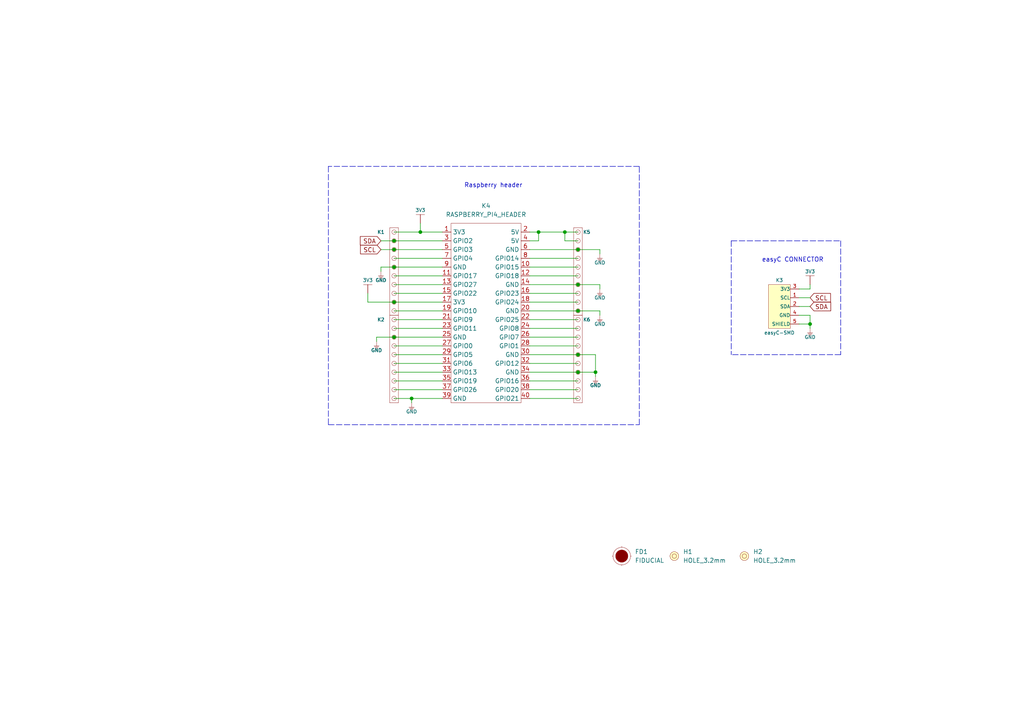
<source format=kicad_sch>
(kicad_sch (version 20211123) (generator eeschema)

  (uuid a07f59e6-776b-4647-8fc4-b0283225ecc8)

  (paper "A4")

  (title_block
    (title "Raspberry Pi breadboard breakout")
    (date "2021-10-04")
    (rev "v1.1.1.")
    (company "SOLDERED")
    (comment 1 "333135")
  )

  (lib_symbols
    (symbol "e-radionica.com schematics:3V3" (power) (pin_names (offset 0)) (in_bom yes) (on_board yes)
      (property "Reference" "#PWR" (id 0) (at 4.445 0 0)
        (effects (font (size 1 1)) hide)
      )
      (property "Value" "3V3" (id 1) (at 0 3.556 0)
        (effects (font (size 1 1)))
      )
      (property "Footprint" "" (id 2) (at 4.445 3.81 0)
        (effects (font (size 1 1)) hide)
      )
      (property "Datasheet" "" (id 3) (at 4.445 3.81 0)
        (effects (font (size 1 1)) hide)
      )
      (property "ki_keywords" "power-flag" (id 4) (at 0 0 0)
        (effects (font (size 1.27 1.27)) hide)
      )
      (property "ki_description" "Power symbol creates a global label with name \"+3V3\"" (id 5) (at 0 0 0)
        (effects (font (size 1.27 1.27)) hide)
      )
      (symbol "3V3_0_1"
        (polyline
          (pts
            (xy -1.27 2.54)
            (xy 1.27 2.54)
          )
          (stroke (width 0.0006) (type default) (color 0 0 0 0))
          (fill (type none))
        )
        (polyline
          (pts
            (xy 0 0)
            (xy 0 2.54)
          )
          (stroke (width 0) (type default) (color 0 0 0 0))
          (fill (type none))
        )
      )
      (symbol "3V3_1_1"
        (pin power_in line (at 0 0 90) (length 0) hide
          (name "3V3" (effects (font (size 1.27 1.27))))
          (number "1" (effects (font (size 1.27 1.27))))
        )
      )
    )
    (symbol "e-radionica.com schematics:FIDUCIAL" (in_bom no) (on_board yes)
      (property "Reference" "FD" (id 0) (at 0 3.81 0)
        (effects (font (size 1.27 1.27)))
      )
      (property "Value" "FIDUCIAL" (id 1) (at 0 -3.81 0)
        (effects (font (size 1.27 1.27)))
      )
      (property "Footprint" "e-radionica.com footprinti:FIDUCIAL_23" (id 2) (at 0.254 -5.334 0)
        (effects (font (size 1.27 1.27)) hide)
      )
      (property "Datasheet" "" (id 3) (at 0 0 0)
        (effects (font (size 1.27 1.27)) hide)
      )
      (symbol "FIDUCIAL_0_1"
        (polyline
          (pts
            (xy -2.54 0)
            (xy -2.794 0)
          )
          (stroke (width 0.0006) (type default) (color 0 0 0 0))
          (fill (type none))
        )
        (polyline
          (pts
            (xy 0 -2.54)
            (xy 0 -2.794)
          )
          (stroke (width 0.0006) (type default) (color 0 0 0 0))
          (fill (type none))
        )
        (polyline
          (pts
            (xy 0 2.54)
            (xy 0 2.794)
          )
          (stroke (width 0.0006) (type default) (color 0 0 0 0))
          (fill (type none))
        )
        (polyline
          (pts
            (xy 2.54 0)
            (xy 2.794 0)
          )
          (stroke (width 0.0006) (type default) (color 0 0 0 0))
          (fill (type none))
        )
        (circle (center 0 0) (radius 1.7961)
          (stroke (width 0.001) (type default) (color 0 0 0 0))
          (fill (type outline))
        )
        (circle (center 0 0) (radius 2.54)
          (stroke (width 0.0006) (type default) (color 0 0 0 0))
          (fill (type none))
        )
      )
    )
    (symbol "e-radionica.com schematics:GND" (power) (pin_names (offset 0)) (in_bom yes) (on_board yes)
      (property "Reference" "#PWR" (id 0) (at 4.445 0 0)
        (effects (font (size 1 1)) hide)
      )
      (property "Value" "GND" (id 1) (at 0 -2.921 0)
        (effects (font (size 1 1)))
      )
      (property "Footprint" "" (id 2) (at 4.445 3.81 0)
        (effects (font (size 1 1)) hide)
      )
      (property "Datasheet" "" (id 3) (at 4.445 3.81 0)
        (effects (font (size 1 1)) hide)
      )
      (property "ki_keywords" "power-flag" (id 4) (at 0 0 0)
        (effects (font (size 1.27 1.27)) hide)
      )
      (property "ki_description" "Power symbol creates a global label with name \"+3V3\"" (id 5) (at 0 0 0)
        (effects (font (size 1.27 1.27)) hide)
      )
      (symbol "GND_0_1"
        (polyline
          (pts
            (xy -0.762 -1.27)
            (xy 0.762 -1.27)
          )
          (stroke (width 0.0006) (type default) (color 0 0 0 0))
          (fill (type none))
        )
        (polyline
          (pts
            (xy -0.635 -1.524)
            (xy 0.635 -1.524)
          )
          (stroke (width 0.0006) (type default) (color 0 0 0 0))
          (fill (type none))
        )
        (polyline
          (pts
            (xy -0.381 -1.778)
            (xy 0.381 -1.778)
          )
          (stroke (width 0.0006) (type default) (color 0 0 0 0))
          (fill (type none))
        )
        (polyline
          (pts
            (xy -0.127 -2.032)
            (xy 0.127 -2.032)
          )
          (stroke (width 0.0006) (type default) (color 0 0 0 0))
          (fill (type none))
        )
        (polyline
          (pts
            (xy 0 0)
            (xy 0 -1.27)
          )
          (stroke (width 0.0006) (type default) (color 0 0 0 0))
          (fill (type none))
        )
      )
      (symbol "GND_1_1"
        (pin power_in line (at 0 0 270) (length 0) hide
          (name "GND" (effects (font (size 1.27 1.27))))
          (number "1" (effects (font (size 1.27 1.27))))
        )
      )
    )
    (symbol "e-radionica.com schematics:HEADER_MALE_10X1" (pin_numbers hide) (pin_names hide) (in_bom yes) (on_board yes)
      (property "Reference" "K" (id 0) (at -0.635 15.24 0)
        (effects (font (size 1 1)))
      )
      (property "Value" "HEADER_MALE_10X1" (id 1) (at 1.905 -12.7 0)
        (effects (font (size 1 1)))
      )
      (property "Footprint" "e-radionica.com footprinti:HEADER_MALE_10X1" (id 2) (at 0 0 0)
        (effects (font (size 1 1)) hide)
      )
      (property "Datasheet" "" (id 3) (at 0 0 0)
        (effects (font (size 1 1)) hide)
      )
      (symbol "HEADER_MALE_10X1_0_1"
        (circle (center 0 -10.16) (radius 0.635)
          (stroke (width 0.0006) (type default) (color 0 0 0 0))
          (fill (type none))
        )
        (circle (center 0 -7.62) (radius 0.635)
          (stroke (width 0.0006) (type default) (color 0 0 0 0))
          (fill (type none))
        )
        (circle (center 0 -5.08) (radius 0.635)
          (stroke (width 0.0006) (type default) (color 0 0 0 0))
          (fill (type none))
        )
        (circle (center 0 -2.54) (radius 0.635)
          (stroke (width 0.0006) (type default) (color 0 0 0 0))
          (fill (type none))
        )
        (circle (center 0 0) (radius 0.635)
          (stroke (width 0.0006) (type default) (color 0 0 0 0))
          (fill (type none))
        )
        (circle (center 0 2.54) (radius 0.635)
          (stroke (width 0.0006) (type default) (color 0 0 0 0))
          (fill (type none))
        )
        (circle (center 0 5.08) (radius 0.635)
          (stroke (width 0.0006) (type default) (color 0 0 0 0))
          (fill (type none))
        )
        (circle (center 0 7.62) (radius 0.635)
          (stroke (width 0.0006) (type default) (color 0 0 0 0))
          (fill (type none))
        )
        (circle (center 0 10.16) (radius 0.635)
          (stroke (width 0.0006) (type default) (color 0 0 0 0))
          (fill (type none))
        )
        (circle (center 0 12.7) (radius 0.635)
          (stroke (width 0.0006) (type default) (color 0 0 0 0))
          (fill (type none))
        )
        (rectangle (start 1.27 -11.43) (end -1.27 13.97)
          (stroke (width 0.0006) (type default) (color 0 0 0 0))
          (fill (type none))
        )
      )
      (symbol "HEADER_MALE_10X1_1_1"
        (pin passive line (at 0 -10.16 180) (length 0)
          (name "~" (effects (font (size 0.991 0.991))))
          (number "1" (effects (font (size 0.991 0.991))))
        )
        (pin passive line (at 0 12.7 180) (length 0)
          (name "~" (effects (font (size 0.991 0.991))))
          (number "10" (effects (font (size 0.991 0.991))))
        )
        (pin passive line (at 0 -7.62 180) (length 0)
          (name "~" (effects (font (size 0.991 0.991))))
          (number "2" (effects (font (size 0.991 0.991))))
        )
        (pin passive line (at 0 -5.08 180) (length 0)
          (name "~" (effects (font (size 0.991 0.991))))
          (number "3" (effects (font (size 0.991 0.991))))
        )
        (pin passive line (at 0 -2.54 180) (length 0)
          (name "~" (effects (font (size 0.991 0.991))))
          (number "4" (effects (font (size 0.991 0.991))))
        )
        (pin passive line (at 0 0 180) (length 0)
          (name "~" (effects (font (size 0.991 0.991))))
          (number "5" (effects (font (size 0.991 0.991))))
        )
        (pin passive line (at 0 2.54 180) (length 0)
          (name "~" (effects (font (size 0.991 0.991))))
          (number "6" (effects (font (size 0.991 0.991))))
        )
        (pin passive line (at 0 5.08 180) (length 0)
          (name "~" (effects (font (size 0.991 0.991))))
          (number "7" (effects (font (size 0.991 0.991))))
        )
        (pin passive line (at 0 7.62 180) (length 0)
          (name "~" (effects (font (size 0.991 0.991))))
          (number "8" (effects (font (size 0.991 0.991))))
        )
        (pin passive line (at 0 10.16 180) (length 0)
          (name "~" (effects (font (size 0.991 0.991))))
          (number "9" (effects (font (size 0.991 0.991))))
        )
      )
    )
    (symbol "e-radionica.com schematics:HOLE_3.2mm" (pin_numbers hide) (pin_names hide) (in_bom yes) (on_board yes)
      (property "Reference" "H" (id 0) (at 0 2.54 0)
        (effects (font (size 1.27 1.27)))
      )
      (property "Value" "HOLE_3.2mm" (id 1) (at 0 -2.54 0)
        (effects (font (size 1.27 1.27)))
      )
      (property "Footprint" "e-radionica.com footprinti:HOLE_3.2mm" (id 2) (at 0 0 0)
        (effects (font (size 1.27 1.27)) hide)
      )
      (property "Datasheet" "" (id 3) (at 0 0 0)
        (effects (font (size 1.27 1.27)) hide)
      )
      (symbol "HOLE_3.2mm_0_1"
        (circle (center 0 0) (radius 0.635)
          (stroke (width 0.0006) (type default) (color 0 0 0 0))
          (fill (type none))
        )
        (circle (center 0 0) (radius 1.27)
          (stroke (width 0.001) (type default) (color 0 0 0 0))
          (fill (type background))
        )
      )
    )
    (symbol "e-radionica.com schematics:RASPBERRY_PI4_HEADER" (in_bom yes) (on_board yes)
      (property "Reference" "K" (id 0) (at -8.89 29.21 0)
        (effects (font (size 1.27 1.27)))
      )
      (property "Value" "RASPBERRY_PI4_HEADER" (id 1) (at 0 -25.4 0)
        (effects (font (size 1.27 1.27)))
      )
      (property "Footprint" "e-radionica.com footprinti:RASPBERRY_PI4_HEADER" (id 2) (at 0 -29.21 0)
        (effects (font (size 1.27 1.27)) hide)
      )
      (property "Datasheet" "" (id 3) (at 0 0 0)
        (effects (font (size 1.27 1.27)) hide)
      )
      (symbol "RASPBERRY_PI4_HEADER_0_1"
        (rectangle (start -10.16 27.94) (end 10.16 -24.13)
          (stroke (width 0.0006) (type default) (color 0 0 0 0))
          (fill (type none))
        )
      )
      (symbol "RASPBERRY_PI4_HEADER_1_1"
        (pin power_in line (at -12.7 25.4 0) (length 2.54)
          (name "3V3" (effects (font (size 1.27 1.27))))
          (number "1" (effects (font (size 1.27 1.27))))
        )
        (pin bidirectional line (at 12.7 15.24 180) (length 2.54)
          (name "GPIO15" (effects (font (size 1.27 1.27))))
          (number "10" (effects (font (size 1.27 1.27))))
        )
        (pin bidirectional line (at -12.7 12.7 0) (length 2.54)
          (name "GPIO17" (effects (font (size 1.27 1.27))))
          (number "11" (effects (font (size 1.27 1.27))))
        )
        (pin bidirectional line (at 12.7 12.7 180) (length 2.54)
          (name "GPIO18" (effects (font (size 1.27 1.27))))
          (number "12" (effects (font (size 1.27 1.27))))
        )
        (pin bidirectional line (at -12.7 10.16 0) (length 2.54)
          (name "GPIO27" (effects (font (size 1.27 1.27))))
          (number "13" (effects (font (size 1.27 1.27))))
        )
        (pin bidirectional line (at 12.7 10.16 180) (length 2.54)
          (name "GND" (effects (font (size 1.27 1.27))))
          (number "14" (effects (font (size 1.27 1.27))))
        )
        (pin bidirectional line (at -12.7 7.62 0) (length 2.54)
          (name "GPIO22" (effects (font (size 1.27 1.27))))
          (number "15" (effects (font (size 1.27 1.27))))
        )
        (pin bidirectional line (at 12.7 7.62 180) (length 2.54)
          (name "GPIO23" (effects (font (size 1.27 1.27))))
          (number "16" (effects (font (size 1.27 1.27))))
        )
        (pin bidirectional line (at -12.7 5.08 0) (length 2.54)
          (name "3V3" (effects (font (size 1.27 1.27))))
          (number "17" (effects (font (size 1.27 1.27))))
        )
        (pin bidirectional line (at 12.7 5.08 180) (length 2.54)
          (name "GPIO24" (effects (font (size 1.27 1.27))))
          (number "18" (effects (font (size 1.27 1.27))))
        )
        (pin bidirectional line (at -12.7 2.54 0) (length 2.54)
          (name "GPIO10" (effects (font (size 1.27 1.27))))
          (number "19" (effects (font (size 1.27 1.27))))
        )
        (pin bidirectional line (at 12.7 25.4 180) (length 2.54)
          (name "5V" (effects (font (size 1.27 1.27))))
          (number "2" (effects (font (size 1.27 1.27))))
        )
        (pin bidirectional line (at 12.7 2.54 180) (length 2.54)
          (name "GND" (effects (font (size 1.27 1.27))))
          (number "20" (effects (font (size 1.27 1.27))))
        )
        (pin bidirectional line (at -12.7 0 0) (length 2.54)
          (name "GPIO9" (effects (font (size 1.27 1.27))))
          (number "21" (effects (font (size 1.27 1.27))))
        )
        (pin bidirectional line (at 12.7 0 180) (length 2.54)
          (name "GPIO25" (effects (font (size 1.27 1.27))))
          (number "22" (effects (font (size 1.27 1.27))))
        )
        (pin bidirectional line (at -12.7 -2.54 0) (length 2.54)
          (name "GPIO11" (effects (font (size 1.27 1.27))))
          (number "23" (effects (font (size 1.27 1.27))))
        )
        (pin bidirectional line (at 12.7 -2.54 180) (length 2.54)
          (name "GPIO8" (effects (font (size 1.27 1.27))))
          (number "24" (effects (font (size 1.27 1.27))))
        )
        (pin bidirectional line (at -12.7 -5.08 0) (length 2.54)
          (name "GND" (effects (font (size 1.27 1.27))))
          (number "25" (effects (font (size 1.27 1.27))))
        )
        (pin bidirectional line (at 12.7 -5.08 180) (length 2.54)
          (name "GPIO7" (effects (font (size 1.27 1.27))))
          (number "26" (effects (font (size 1.27 1.27))))
        )
        (pin bidirectional line (at -12.7 -7.62 0) (length 2.54)
          (name "GPIO0" (effects (font (size 1.27 1.27))))
          (number "27" (effects (font (size 1.27 1.27))))
        )
        (pin bidirectional line (at 12.7 -7.62 180) (length 2.54)
          (name "GPIO1" (effects (font (size 1.27 1.27))))
          (number "28" (effects (font (size 1.27 1.27))))
        )
        (pin bidirectional line (at -12.7 -10.16 0) (length 2.54)
          (name "GPIO5" (effects (font (size 1.27 1.27))))
          (number "29" (effects (font (size 1.27 1.27))))
        )
        (pin bidirectional line (at -12.7 22.86 0) (length 2.54)
          (name "GPIO2" (effects (font (size 1.27 1.27))))
          (number "3" (effects (font (size 1.27 1.27))))
        )
        (pin bidirectional line (at 12.7 -10.16 180) (length 2.54)
          (name "GND" (effects (font (size 1.27 1.27))))
          (number "30" (effects (font (size 1.27 1.27))))
        )
        (pin bidirectional line (at -12.7 -12.7 0) (length 2.54)
          (name "GPIO6" (effects (font (size 1.27 1.27))))
          (number "31" (effects (font (size 1.27 1.27))))
        )
        (pin bidirectional line (at 12.7 -12.7 180) (length 2.54)
          (name "GPIO12" (effects (font (size 1.27 1.27))))
          (number "32" (effects (font (size 1.27 1.27))))
        )
        (pin bidirectional line (at -12.7 -15.24 0) (length 2.54)
          (name "GPIO13" (effects (font (size 1.27 1.27))))
          (number "33" (effects (font (size 1.27 1.27))))
        )
        (pin bidirectional line (at 12.7 -15.24 180) (length 2.54)
          (name "GND" (effects (font (size 1.27 1.27))))
          (number "34" (effects (font (size 1.27 1.27))))
        )
        (pin bidirectional line (at -12.7 -17.78 0) (length 2.54)
          (name "GPIO19" (effects (font (size 1.27 1.27))))
          (number "35" (effects (font (size 1.27 1.27))))
        )
        (pin bidirectional line (at 12.7 -17.78 180) (length 2.54)
          (name "GPIO16" (effects (font (size 1.27 1.27))))
          (number "36" (effects (font (size 1.27 1.27))))
        )
        (pin bidirectional line (at -12.7 -20.32 0) (length 2.54)
          (name "GPIO26" (effects (font (size 1.27 1.27))))
          (number "37" (effects (font (size 1.27 1.27))))
        )
        (pin bidirectional line (at 12.7 -20.32 180) (length 2.54)
          (name "GPIO20" (effects (font (size 1.27 1.27))))
          (number "38" (effects (font (size 1.27 1.27))))
        )
        (pin bidirectional line (at -12.7 -22.86 0) (length 2.54)
          (name "GND" (effects (font (size 1.27 1.27))))
          (number "39" (effects (font (size 1.27 1.27))))
        )
        (pin bidirectional line (at 12.7 22.86 180) (length 2.54)
          (name "5V" (effects (font (size 1.27 1.27))))
          (number "4" (effects (font (size 1.27 1.27))))
        )
        (pin bidirectional line (at 12.7 -22.86 180) (length 2.54)
          (name "GPIO21" (effects (font (size 1.27 1.27))))
          (number "40" (effects (font (size 1.27 1.27))))
        )
        (pin bidirectional line (at -12.7 20.32 0) (length 2.54)
          (name "GPIO3" (effects (font (size 1.27 1.27))))
          (number "5" (effects (font (size 1.27 1.27))))
        )
        (pin bidirectional line (at 12.7 20.32 180) (length 2.54)
          (name "GND" (effects (font (size 1.27 1.27))))
          (number "6" (effects (font (size 1.27 1.27))))
        )
        (pin bidirectional line (at -12.7 17.78 0) (length 2.54)
          (name "GPIO4" (effects (font (size 1.27 1.27))))
          (number "7" (effects (font (size 1.27 1.27))))
        )
        (pin bidirectional line (at 12.7 17.78 180) (length 2.54)
          (name "GPIO14" (effects (font (size 1.27 1.27))))
          (number "8" (effects (font (size 1.27 1.27))))
        )
        (pin bidirectional line (at -12.7 15.24 0) (length 2.54)
          (name "GND" (effects (font (size 1.27 1.27))))
          (number "9" (effects (font (size 1.27 1.27))))
        )
      )
    )
    (symbol "e-radionica.com schematics:easyC-SMD" (pin_names (offset 0.002)) (in_bom yes) (on_board yes)
      (property "Reference" "K" (id 0) (at -2.54 10.16 0)
        (effects (font (size 1 1)))
      )
      (property "Value" "easyC-SMD" (id 1) (at 0 -5.08 0)
        (effects (font (size 1 1)))
      )
      (property "Footprint" "e-radionica.com footprinti:easyC-connector" (id 2) (at 3.175 2.54 0)
        (effects (font (size 1 1)) hide)
      )
      (property "Datasheet" "" (id 3) (at 3.175 2.54 0)
        (effects (font (size 1 1)) hide)
      )
      (symbol "easyC-SMD_0_1"
        (rectangle (start -3.175 8.89) (end 3.175 -3.81)
          (stroke (width 0.001) (type default) (color 0 0 0 0))
          (fill (type background))
        )
      )
      (symbol "easyC-SMD_1_1"
        (pin passive line (at 5.715 5.08 180) (length 2.54)
          (name "SCL" (effects (font (size 1 1))))
          (number "1" (effects (font (size 1 1))))
        )
        (pin passive line (at 5.715 2.54 180) (length 2.54)
          (name "SDA" (effects (font (size 1 1))))
          (number "2" (effects (font (size 1 1))))
        )
        (pin passive line (at 5.715 7.62 180) (length 2.54)
          (name "3V3" (effects (font (size 1 1))))
          (number "3" (effects (font (size 1 1))))
        )
        (pin passive line (at 5.715 0 180) (length 2.54)
          (name "GND" (effects (font (size 1 1))))
          (number "4" (effects (font (size 1 1))))
        )
        (pin passive line (at 5.715 -2.54 180) (length 2.54)
          (name "SHIELD" (effects (font (size 1 1))))
          (number "5" (effects (font (size 1 1))))
        )
      )
    )
  )

  (junction (at 167.64 102.87) (diameter 0.9144) (color 0 0 0 0)
    (uuid 12422a89-3d0c-485c-9386-f77121fd68fd)
  )
  (junction (at 167.64 82.55) (diameter 0.9144) (color 0 0 0 0)
    (uuid 1a6d2848-e78e-49fe-8978-e1890f07836f)
  )
  (junction (at 114.3 72.39) (diameter 0.9144) (color 0 0 0 0)
    (uuid 1d9cdadc-9036-4a95-b6db-fa7b3b74c869)
  )
  (junction (at 114.3 87.63) (diameter 0.9144) (color 0 0 0 0)
    (uuid 24f7628d-681d-4f0e-8409-40a129e929d9)
  )
  (junction (at 114.3 77.47) (diameter 0.9144) (color 0 0 0 0)
    (uuid 3a7648d8-121a-4921-9b92-9b35b76ce39b)
  )
  (junction (at 114.3 97.79) (diameter 0.9144) (color 0 0 0 0)
    (uuid 3e903008-0276-4a73-8edb-5d9dfde6297c)
  )
  (junction (at 172.72 107.95) (diameter 0.9144) (color 0 0 0 0)
    (uuid 40165eda-4ba6-4565-9bb4-b9df6dbb08da)
  )
  (junction (at 163.83 67.31) (diameter 0.9144) (color 0 0 0 0)
    (uuid 45008225-f50f-4d6b-b508-6730a9408caf)
  )
  (junction (at 121.92 67.31) (diameter 0.9144) (color 0 0 0 0)
    (uuid 6475547d-3216-45a4-a15c-48314f1dd0f9)
  )
  (junction (at 114.3 69.85) (diameter 0.9144) (color 0 0 0 0)
    (uuid 6bfe5804-2ef9-4c65-b2a7-f01e4014370a)
  )
  (junction (at 119.38 115.57) (diameter 0.9144) (color 0 0 0 0)
    (uuid 75ffc65c-7132-4411-9f2a-ae0c73d79338)
  )
  (junction (at 167.64 90.17) (diameter 0.9144) (color 0 0 0 0)
    (uuid 7d34f6b1-ab31-49be-b011-c67fe67a8a56)
  )
  (junction (at 234.95 93.98) (diameter 0.9144) (color 0 0 0 0)
    (uuid 7e023245-2c2b-4e2b-bfb9-5d35176e88f2)
  )
  (junction (at 156.21 67.31) (diameter 0.9144) (color 0 0 0 0)
    (uuid 8c6a821f-8e19-48f3-8f44-9b340f7689bc)
  )
  (junction (at 167.64 107.95) (diameter 0.9144) (color 0 0 0 0)
    (uuid 8e06ba1f-e3ba-4eb9-a10e-887dffd566d6)
  )
  (junction (at 167.64 72.39) (diameter 0.9144) (color 0 0 0 0)
    (uuid a544eb0a-75db-4baf-bf54-9ca21744343b)
  )

  (wire (pts (xy 114.3 85.09) (xy 128.27 85.09))
    (stroke (width 0) (type solid) (color 0 0 0 0))
    (uuid 03f79577-bbac-49dc-9a5b-fb8f96a23cd2)
  )
  (wire (pts (xy 106.68 87.63) (xy 106.68 85.09))
    (stroke (width 0) (type solid) (color 0 0 0 0))
    (uuid 05a895f2-4dfc-4cee-b424-4597276e942c)
  )
  (wire (pts (xy 114.3 87.63) (xy 106.68 87.63))
    (stroke (width 0) (type solid) (color 0 0 0 0))
    (uuid 05a895f2-4dfc-4cee-b424-4597276e942d)
  )
  (wire (pts (xy 153.67 67.31) (xy 156.21 67.31))
    (stroke (width 0) (type solid) (color 0 0 0 0))
    (uuid 0fd594a2-ca44-422e-83e3-2f676bd68276)
  )
  (wire (pts (xy 156.21 67.31) (xy 163.83 67.31))
    (stroke (width 0) (type solid) (color 0 0 0 0))
    (uuid 0fd594a2-ca44-422e-83e3-2f676bd68277)
  )
  (wire (pts (xy 163.83 67.31) (xy 167.64 67.31))
    (stroke (width 0) (type solid) (color 0 0 0 0))
    (uuid 0fd594a2-ca44-422e-83e3-2f676bd68278)
  )
  (polyline (pts (xy 212.09 69.85) (xy 212.09 102.87))
    (stroke (width 0) (type dash) (color 0 0 0 0))
    (uuid 11928b74-55d4-43fe-a50d-9a31f5d8b792)
  )
  (polyline (pts (xy 212.09 69.85) (xy 243.84 69.85))
    (stroke (width 0) (type dash) (color 0 0 0 0))
    (uuid 11928b74-55d4-43fe-a50d-9a31f5d8b793)
  )
  (polyline (pts (xy 243.84 69.85) (xy 243.84 102.87))
    (stroke (width 0) (type dash) (color 0 0 0 0))
    (uuid 11928b74-55d4-43fe-a50d-9a31f5d8b794)
  )
  (polyline (pts (xy 243.84 102.87) (xy 212.09 102.87))
    (stroke (width 0) (type dash) (color 0 0 0 0))
    (uuid 11928b74-55d4-43fe-a50d-9a31f5d8b795)
  )

  (wire (pts (xy 114.3 92.71) (xy 128.27 92.71))
    (stroke (width 0) (type solid) (color 0 0 0 0))
    (uuid 14599491-04c3-433d-a7f0-45af6164ffa3)
  )
  (wire (pts (xy 153.67 85.09) (xy 167.64 85.09))
    (stroke (width 0) (type solid) (color 0 0 0 0))
    (uuid 1aac9f20-1bac-4671-966a-aed4a8191fd6)
  )
  (wire (pts (xy 153.67 69.85) (xy 156.21 69.85))
    (stroke (width 0) (type solid) (color 0 0 0 0))
    (uuid 1c46fa07-d6dc-4887-9f00-e9f2315d50ed)
  )
  (wire (pts (xy 156.21 69.85) (xy 156.21 67.31))
    (stroke (width 0) (type solid) (color 0 0 0 0))
    (uuid 1c46fa07-d6dc-4887-9f00-e9f2315d50ee)
  )
  (wire (pts (xy 114.3 72.39) (xy 128.27 72.39))
    (stroke (width 0) (type solid) (color 0 0 0 0))
    (uuid 1ed8f573-959e-4dae-af5c-aadadd56dba4)
  )
  (wire (pts (xy 114.3 105.41) (xy 128.27 105.41))
    (stroke (width 0) (type solid) (color 0 0 0 0))
    (uuid 213e5451-e137-4fb9-b846-48bc9ec70498)
  )
  (wire (pts (xy 110.49 77.47) (xy 110.49 78.74))
    (stroke (width 0) (type solid) (color 0 0 0 0))
    (uuid 27dd58f3-11f6-48ad-aa74-36539ed60d3d)
  )
  (wire (pts (xy 114.3 77.47) (xy 110.49 77.47))
    (stroke (width 0) (type solid) (color 0 0 0 0))
    (uuid 27dd58f3-11f6-48ad-aa74-36539ed60d3e)
  )
  (wire (pts (xy 109.22 97.79) (xy 109.22 99.06))
    (stroke (width 0) (type solid) (color 0 0 0 0))
    (uuid 2bdefb9b-73c9-45b2-9723-8ee73a202fef)
  )
  (wire (pts (xy 114.3 97.79) (xy 109.22 97.79))
    (stroke (width 0) (type solid) (color 0 0 0 0))
    (uuid 2bdefb9b-73c9-45b2-9723-8ee73a202ff0)
  )
  (wire (pts (xy 128.27 97.79) (xy 114.3 97.79))
    (stroke (width 0) (type solid) (color 0 0 0 0))
    (uuid 2bdefb9b-73c9-45b2-9723-8ee73a202ff1)
  )
  (wire (pts (xy 153.67 115.57) (xy 167.64 115.57))
    (stroke (width 0) (type solid) (color 0 0 0 0))
    (uuid 2e480a08-bd5c-42b6-b9c1-0610ad0478f5)
  )
  (wire (pts (xy 153.67 87.63) (xy 167.64 87.63))
    (stroke (width 0) (type solid) (color 0 0 0 0))
    (uuid 3a3a7218-8e6e-483d-99b1-9e56c11b9b0e)
  )
  (wire (pts (xy 167.64 72.39) (xy 173.99 72.39))
    (stroke (width 0) (type solid) (color 0 0 0 0))
    (uuid 3d407bd9-92e8-4f73-8088-5449a6dcec0d)
  )
  (wire (pts (xy 173.99 72.39) (xy 173.99 73.66))
    (stroke (width 0) (type solid) (color 0 0 0 0))
    (uuid 3d407bd9-92e8-4f73-8088-5449a6dcec0e)
  )
  (wire (pts (xy 163.83 69.85) (xy 163.83 67.31))
    (stroke (width 0) (type solid) (color 0 0 0 0))
    (uuid 3e0d2be7-dd80-43a0-9cf2-19872e57424c)
  )
  (wire (pts (xy 167.64 69.85) (xy 163.83 69.85))
    (stroke (width 0) (type solid) (color 0 0 0 0))
    (uuid 3e0d2be7-dd80-43a0-9cf2-19872e57424d)
  )
  (wire (pts (xy 167.64 90.17) (xy 173.99 90.17))
    (stroke (width 0) (type solid) (color 0 0 0 0))
    (uuid 45fa23cd-7b86-4a43-a37c-e1100fdbc7a9)
  )
  (wire (pts (xy 173.99 90.17) (xy 173.99 91.44))
    (stroke (width 0) (type solid) (color 0 0 0 0))
    (uuid 45fa23cd-7b86-4a43-a37c-e1100fdbc7aa)
  )
  (wire (pts (xy 153.67 92.71) (xy 167.64 92.71))
    (stroke (width 0) (type solid) (color 0 0 0 0))
    (uuid 494f8b03-c4d5-4eaa-8af6-3bd3fdca8527)
  )
  (wire (pts (xy 153.67 77.47) (xy 167.64 77.47))
    (stroke (width 0) (type solid) (color 0 0 0 0))
    (uuid 4aa0b9b9-6116-4075-afae-ba47a87281b1)
  )
  (wire (pts (xy 153.67 80.01) (xy 167.64 80.01))
    (stroke (width 0) (type solid) (color 0 0 0 0))
    (uuid 4df2ffa2-bc3d-4078-800b-4583e2ba98d9)
  )
  (wire (pts (xy 153.67 97.79) (xy 167.64 97.79))
    (stroke (width 0) (type solid) (color 0 0 0 0))
    (uuid 50c57efa-ce9e-4c0e-a3cb-5d015df53826)
  )
  (wire (pts (xy 231.775 93.98) (xy 234.95 93.98))
    (stroke (width 0) (type solid) (color 0 0 0 0))
    (uuid 53ecf4b0-74e3-4025-806a-c89f29b0f715)
  )
  (wire (pts (xy 234.95 93.98) (xy 234.95 95.25))
    (stroke (width 0) (type solid) (color 0 0 0 0))
    (uuid 53ecf4b0-74e3-4025-806a-c89f29b0f716)
  )
  (wire (pts (xy 167.64 82.55) (xy 173.99 82.55))
    (stroke (width 0) (type solid) (color 0 0 0 0))
    (uuid 546d918b-a22c-457f-b0e2-fafa0b4e4a30)
  )
  (wire (pts (xy 173.99 82.55) (xy 173.99 83.82))
    (stroke (width 0) (type solid) (color 0 0 0 0))
    (uuid 546d918b-a22c-457f-b0e2-fafa0b4e4a31)
  )
  (wire (pts (xy 114.3 82.55) (xy 128.27 82.55))
    (stroke (width 0) (type solid) (color 0 0 0 0))
    (uuid 5b48695f-6f62-4feb-9162-5726acc69ddf)
  )
  (wire (pts (xy 153.67 107.95) (xy 167.64 107.95))
    (stroke (width 0) (type solid) (color 0 0 0 0))
    (uuid 64c61259-b179-41d1-8fc5-9363344b2e2b)
  )
  (wire (pts (xy 167.64 107.95) (xy 172.72 107.95))
    (stroke (width 0) (type solid) (color 0 0 0 0))
    (uuid 64c61259-b179-41d1-8fc5-9363344b2e2c)
  )
  (wire (pts (xy 114.3 102.87) (xy 128.27 102.87))
    (stroke (width 0) (type solid) (color 0 0 0 0))
    (uuid 6504aa5a-69b9-41db-a0e1-198bf02855c3)
  )
  (wire (pts (xy 153.67 82.55) (xy 167.64 82.55))
    (stroke (width 0) (type solid) (color 0 0 0 0))
    (uuid 6e03fa90-653e-4da7-948f-257356293fa7)
  )
  (wire (pts (xy 114.3 95.25) (xy 128.27 95.25))
    (stroke (width 0) (type solid) (color 0 0 0 0))
    (uuid 71dddd39-efc4-4bea-8d21-56f544f4e8e4)
  )
  (wire (pts (xy 167.64 102.87) (xy 172.72 102.87))
    (stroke (width 0) (type solid) (color 0 0 0 0))
    (uuid 7c7c43cf-4331-4b1c-ade1-86e541acafdc)
  )
  (wire (pts (xy 172.72 102.87) (xy 172.72 107.95))
    (stroke (width 0) (type solid) (color 0 0 0 0))
    (uuid 7c7c43cf-4331-4b1c-ade1-86e541acafdd)
  )
  (wire (pts (xy 172.72 107.95) (xy 172.72 109.22))
    (stroke (width 0) (type solid) (color 0 0 0 0))
    (uuid 7c7c43cf-4331-4b1c-ade1-86e541acafde)
  )
  (wire (pts (xy 231.775 88.9) (xy 234.95 88.9))
    (stroke (width 0) (type solid) (color 0 0 0 0))
    (uuid 804059a9-3ff2-4937-a7a6-7a2430b59b44)
  )
  (wire (pts (xy 114.3 115.57) (xy 119.38 115.57))
    (stroke (width 0) (type solid) (color 0 0 0 0))
    (uuid 81072777-b512-4b9b-8e78-7f402fb4f8bc)
  )
  (wire (pts (xy 153.67 72.39) (xy 167.64 72.39))
    (stroke (width 0) (type solid) (color 0 0 0 0))
    (uuid 831a92e4-e92c-4dea-ba95-aa4e36686778)
  )
  (wire (pts (xy 153.67 100.33) (xy 167.64 100.33))
    (stroke (width 0) (type solid) (color 0 0 0 0))
    (uuid 8a616c86-e873-4d17-8ac0-c5331c770c0e)
  )
  (wire (pts (xy 114.3 80.01) (xy 128.27 80.01))
    (stroke (width 0) (type solid) (color 0 0 0 0))
    (uuid 8b8c01d3-3b0a-44fd-b87e-cee7c48c45f9)
  )
  (wire (pts (xy 110.49 72.39) (xy 114.3 72.39))
    (stroke (width 0) (type solid) (color 0 0 0 0))
    (uuid 8bb5bf19-a7bd-49f7-bd5c-b0fcc021d687)
  )
  (wire (pts (xy 231.775 91.44) (xy 234.95 91.44))
    (stroke (width 0) (type solid) (color 0 0 0 0))
    (uuid 8bd5197c-15f1-4329-87a8-3836b843d763)
  )
  (wire (pts (xy 234.95 91.44) (xy 234.95 93.98))
    (stroke (width 0) (type solid) (color 0 0 0 0))
    (uuid 8bd5197c-15f1-4329-87a8-3836b843d764)
  )
  (wire (pts (xy 119.38 115.57) (xy 119.38 116.84))
    (stroke (width 0) (type solid) (color 0 0 0 0))
    (uuid 921086e8-87da-40a2-ac86-56e12d239422)
  )
  (wire (pts (xy 128.27 115.57) (xy 119.38 115.57))
    (stroke (width 0) (type solid) (color 0 0 0 0))
    (uuid 921086e8-87da-40a2-ac86-56e12d239423)
  )
  (wire (pts (xy 153.67 105.41) (xy 167.64 105.41))
    (stroke (width 0) (type solid) (color 0 0 0 0))
    (uuid 954cc4a0-21e6-48c0-8fc3-5a73bd2279fa)
  )
  (wire (pts (xy 153.67 113.03) (xy 167.64 113.03))
    (stroke (width 0) (type solid) (color 0 0 0 0))
    (uuid 966a7d3d-77e7-4598-8447-3de6bf398bdc)
  )
  (wire (pts (xy 114.3 69.85) (xy 128.27 69.85))
    (stroke (width 0) (type solid) (color 0 0 0 0))
    (uuid 9a16b909-2ab3-47a4-9070-e665761782ba)
  )
  (wire (pts (xy 121.92 67.31) (xy 121.92 64.77))
    (stroke (width 0) (type solid) (color 0 0 0 0))
    (uuid a0289288-fde3-4717-b88f-5737ca950e11)
  )
  (wire (pts (xy 128.27 67.31) (xy 121.92 67.31))
    (stroke (width 0) (type solid) (color 0 0 0 0))
    (uuid a0289288-fde3-4717-b88f-5737ca950e12)
  )
  (polyline (pts (xy 95.25 48.26) (xy 95.25 123.19))
    (stroke (width 0) (type dash) (color 0 0 0 0))
    (uuid a2ee5813-32c5-4f61-be3d-efc24ed0f542)
  )
  (polyline (pts (xy 95.25 123.19) (xy 185.42 123.19))
    (stroke (width 0) (type dash) (color 0 0 0 0))
    (uuid a2ee5813-32c5-4f61-be3d-efc24ed0f543)
  )
  (polyline (pts (xy 185.42 48.26) (xy 95.25 48.26))
    (stroke (width 0) (type dash) (color 0 0 0 0))
    (uuid a2ee5813-32c5-4f61-be3d-efc24ed0f544)
  )
  (polyline (pts (xy 185.42 123.19) (xy 185.42 48.26))
    (stroke (width 0) (type dash) (color 0 0 0 0))
    (uuid a2ee5813-32c5-4f61-be3d-efc24ed0f545)
  )

  (wire (pts (xy 114.3 67.31) (xy 121.92 67.31))
    (stroke (width 0) (type solid) (color 0 0 0 0))
    (uuid a5b3d25f-492c-465d-94ba-fab888ae53c9)
  )
  (wire (pts (xy 153.67 95.25) (xy 167.64 95.25))
    (stroke (width 0) (type solid) (color 0 0 0 0))
    (uuid b6d9dfcc-4985-4519-a07c-aff9935c38ca)
  )
  (wire (pts (xy 114.3 74.93) (xy 128.27 74.93))
    (stroke (width 0) (type solid) (color 0 0 0 0))
    (uuid bd9eb78a-d021-42a4-988f-d618e891ad8e)
  )
  (wire (pts (xy 114.3 87.63) (xy 128.27 87.63))
    (stroke (width 0) (type solid) (color 0 0 0 0))
    (uuid bfce2ee9-7524-4a74-8ae5-dfa8b04560d7)
  )
  (wire (pts (xy 231.775 83.82) (xy 234.95 83.82))
    (stroke (width 0) (type solid) (color 0 0 0 0))
    (uuid c4150088-552f-4015-8bdf-9da237c269a2)
  )
  (wire (pts (xy 234.95 83.82) (xy 234.95 82.55))
    (stroke (width 0) (type solid) (color 0 0 0 0))
    (uuid c4150088-552f-4015-8bdf-9da237c269a3)
  )
  (wire (pts (xy 114.3 90.17) (xy 128.27 90.17))
    (stroke (width 0) (type solid) (color 0 0 0 0))
    (uuid c61d05f8-56f0-41b1-875d-a103863f2851)
  )
  (wire (pts (xy 114.3 113.03) (xy 128.27 113.03))
    (stroke (width 0) (type solid) (color 0 0 0 0))
    (uuid c7651185-eeef-44ad-ae26-08f68c8251e9)
  )
  (wire (pts (xy 114.3 110.49) (xy 128.27 110.49))
    (stroke (width 0) (type solid) (color 0 0 0 0))
    (uuid cbdba3a5-302d-4257-a4f3-fd6e74288120)
  )
  (wire (pts (xy 153.67 74.93) (xy 167.64 74.93))
    (stroke (width 0) (type solid) (color 0 0 0 0))
    (uuid d015fd54-17cd-4d3c-ba9e-be29a1981e6e)
  )
  (wire (pts (xy 114.3 77.47) (xy 128.27 77.47))
    (stroke (width 0) (type solid) (color 0 0 0 0))
    (uuid dac3e9df-45fa-4330-87f2-9207228fd094)
  )
  (wire (pts (xy 114.3 100.33) (xy 128.27 100.33))
    (stroke (width 0) (type solid) (color 0 0 0 0))
    (uuid dc6d42f1-1f05-4750-9910-0ca22c2b5c9a)
  )
  (wire (pts (xy 153.67 90.17) (xy 167.64 90.17))
    (stroke (width 0) (type solid) (color 0 0 0 0))
    (uuid e76159d0-4f07-409a-a926-08b00d1d7809)
  )
  (wire (pts (xy 231.775 86.36) (xy 234.95 86.36))
    (stroke (width 0) (type solid) (color 0 0 0 0))
    (uuid ebfc9e35-6492-4c1f-9fd4-a2823ef6a2fe)
  )
  (wire (pts (xy 153.67 102.87) (xy 167.64 102.87))
    (stroke (width 0) (type solid) (color 0 0 0 0))
    (uuid ee231e27-e64b-43a3-b30f-8281c1cdc1ef)
  )
  (wire (pts (xy 110.49 69.85) (xy 114.3 69.85))
    (stroke (width 0) (type solid) (color 0 0 0 0))
    (uuid f1c93862-0afc-407e-83c2-e49e2f2d7bf0)
  )
  (wire (pts (xy 153.67 110.49) (xy 167.64 110.49))
    (stroke (width 0) (type solid) (color 0 0 0 0))
    (uuid fa7755bb-2331-4f6a-a98a-dff38053d916)
  )
  (wire (pts (xy 114.3 107.95) (xy 128.27 107.95))
    (stroke (width 0) (type solid) (color 0 0 0 0))
    (uuid fc29e2cb-4d4f-44f6-b727-adfa1744bc99)
  )

  (text "easyC CONNECTOR\n" (at 220.98 76.2 0)
    (effects (font (size 1.27 1.27)) (justify left bottom))
    (uuid 1732b0a2-d6a0-4c8c-a7de-9d4928418451)
  )
  (text "Raspberry header \n" (at 134.62 54.61 0)
    (effects (font (size 1.27 1.27)) (justify left bottom))
    (uuid 5190040c-6864-4d55-8b83-4b0bfccbda42)
  )

  (global_label "SCL" (shape input) (at 110.49 72.39 180)
    (effects (font (size 1.27 1.27)) (justify right))
    (uuid 367cec76-c47c-4c2f-b686-733e08c61c2f)
    (property "Intersheet References" "${INTERSHEET_REFS}" (id 0) (at 103.0453 72.3106 0)
      (effects (font (size 1.27 1.27)) (justify right) hide)
    )
  )
  (global_label "SDA" (shape input) (at 110.49 69.85 180)
    (effects (font (size 1.27 1.27)) (justify right))
    (uuid 8a432005-6ade-4ceb-8f30-b150adebb049)
    (property "Intersheet References" "${INTERSHEET_REFS}" (id 0) (at 102.9848 69.7706 0)
      (effects (font (size 1.27 1.27)) (justify right) hide)
    )
  )
  (global_label "SDA" (shape input) (at 234.95 88.9 0)
    (effects (font (size 1.27 1.27)) (justify left))
    (uuid 8eb02bd8-778d-4aaf-bbe9-ca52d8adfbf8)
    (property "Intersheet References" "${INTERSHEET_REFS}" (id 0) (at 242.4552 88.8206 0)
      (effects (font (size 1.27 1.27)) (justify left) hide)
    )
  )
  (global_label "SCL" (shape input) (at 234.95 86.36 0)
    (effects (font (size 1.27 1.27)) (justify left))
    (uuid efbc93b3-a0f9-4b70-9b46-3d49272fb1bc)
    (property "Intersheet References" "${INTERSHEET_REFS}" (id 0) (at 242.3947 86.2806 0)
      (effects (font (size 1.27 1.27)) (justify left) hide)
    )
  )

  (symbol (lib_id "e-radionica.com schematics:3V3") (at 106.68 85.09 0) (unit 1)
    (in_bom yes) (on_board yes)
    (uuid 013356a3-b847-4286-9e66-4eb1b8950fb0)
    (property "Reference" "#PWR0110" (id 0) (at 111.125 85.09 0)
      (effects (font (size 1 1)) hide)
    )
    (property "Value" "3V3" (id 1) (at 106.68 81.28 0)
      (effects (font (size 1 1)))
    )
    (property "Footprint" "" (id 2) (at 111.125 81.28 0)
      (effects (font (size 1 1)) hide)
    )
    (property "Datasheet" "" (id 3) (at 111.125 81.28 0)
      (effects (font (size 1 1)) hide)
    )
    (pin "1" (uuid 1942c2de-95b3-4b9b-9def-7f6ab7ca2b2c))
  )

  (symbol (lib_id "e-radionica.com schematics:GND") (at 234.95 95.25 0) (unit 1)
    (in_bom yes) (on_board yes)
    (uuid 26049388-c274-4a36-af6b-8f5499c22d38)
    (property "Reference" "#PWR0108" (id 0) (at 239.395 95.25 0)
      (effects (font (size 1 1)) hide)
    )
    (property "Value" "GND" (id 1) (at 234.95 97.79 0)
      (effects (font (size 1 1)))
    )
    (property "Footprint" "" (id 2) (at 239.395 91.44 0)
      (effects (font (size 1 1)) hide)
    )
    (property "Datasheet" "" (id 3) (at 239.395 91.44 0)
      (effects (font (size 1 1)) hide)
    )
    (pin "1" (uuid 92514ed2-3922-41c4-bf62-2616d46d252c))
  )

  (symbol (lib_id "e-radionica.com schematics:HOLE_3.2mm") (at 215.9 161.29 0) (unit 1)
    (in_bom yes) (on_board yes)
    (uuid 266c2ead-97a1-453a-851a-64424d64412c)
    (property "Reference" "H2" (id 0) (at 218.44 160.02 0)
      (effects (font (size 1.27 1.27)) (justify left))
    )
    (property "Value" "HOLE_3.2mm" (id 1) (at 218.44 162.56 0)
      (effects (font (size 1.27 1.27)) (justify left))
    )
    (property "Footprint" "e-radionica.com footprinti:HOLE_3.2mm" (id 2) (at 215.9 161.29 0)
      (effects (font (size 1.27 1.27)) hide)
    )
    (property "Datasheet" "" (id 3) (at 215.9 161.29 0)
      (effects (font (size 1.27 1.27)) hide)
    )
  )

  (symbol (lib_id "e-radionica.com schematics:RASPBERRY_PI4_HEADER") (at 140.97 92.71 0) (unit 1)
    (in_bom yes) (on_board yes)
    (uuid 28e33e5f-a853-49d8-bab0-348478190133)
    (property "Reference" "K4" (id 0) (at 140.97 59.69 0))
    (property "Value" "RASPBERRY_PI4_HEADER" (id 1) (at 140.97 62.23 0))
    (property "Footprint" "e-radionica.com footprinti:RASPBERRY_PI4_HEADER" (id 2) (at 140.97 121.92 0)
      (effects (font (size 1.27 1.27)) hide)
    )
    (property "Datasheet" "" (id 3) (at 140.97 92.71 0)
      (effects (font (size 1.27 1.27)) hide)
    )
    (pin "1" (uuid 6fa90687-0f8e-4039-a63c-4f93b908d8c7))
    (pin "10" (uuid dcc6956b-bcdc-4905-9f3c-d24473298bce))
    (pin "11" (uuid e995573c-2689-43af-94a9-f1264c687faa))
    (pin "12" (uuid cea66992-b7b9-44d9-91c1-ae7b23e33c59))
    (pin "13" (uuid 272da6d7-98ff-4cc7-ac67-9a67f51cee90))
    (pin "14" (uuid 3e272d4e-5844-42b8-a4f2-1860c9c7aba9))
    (pin "15" (uuid b2573a1f-3477-4c5e-8c4e-87e882f69809))
    (pin "16" (uuid c4231ea9-82b3-40a6-850f-f2b2e95cb44a))
    (pin "17" (uuid f20b796c-8fe3-4e54-a8f0-c5824f9dc13f))
    (pin "18" (uuid ce4186a2-9089-4fb5-b272-84bb05c881fb))
    (pin "19" (uuid 94d2229d-7321-4322-90aa-1fb6e20acdfc))
    (pin "2" (uuid 99743848-f746-4816-ae3a-56fecf39e16e))
    (pin "20" (uuid b14c7c06-2b30-4154-8670-8a2a41d90444))
    (pin "21" (uuid 2b2b696a-5e10-4d67-b617-0fefd7bf96a5))
    (pin "22" (uuid 25cb1daf-79c7-4454-ab6d-1a992533d578))
    (pin "23" (uuid 8863825e-2c80-47de-9780-ed1a1a22f543))
    (pin "24" (uuid c6336a59-458e-49a7-9949-9f02b3a0591f))
    (pin "25" (uuid 0e1e2f7b-deea-4578-949a-a38973ad3c45))
    (pin "26" (uuid 77e36526-9df7-40d3-8a46-118cf6156e1d))
    (pin "27" (uuid d8fb27a2-ba35-4fbf-a4e5-e4b07338030d))
    (pin "28" (uuid 9dd41b86-408f-43ca-903c-f7e87bf8b95b))
    (pin "29" (uuid 2f5dcb41-0678-4fd8-85f0-d9d3d461d6f2))
    (pin "3" (uuid 0387e5f8-9720-4fa3-9c26-45e29786eefb))
    (pin "30" (uuid b9a7d316-97e8-4ac3-b1a3-962e55a9cead))
    (pin "31" (uuid 57eaf1a4-156f-4c7d-a361-965e5f5529df))
    (pin "32" (uuid e44e7519-cdb4-4e3f-84ec-146ebc3248b0))
    (pin "33" (uuid 09609622-3ab1-4875-85fa-5bcf1005cba9))
    (pin "34" (uuid 24e23707-89f1-44cf-bd83-2e549f227740))
    (pin "35" (uuid 00a0c32a-2646-48a2-8e55-853261f1ad88))
    (pin "36" (uuid a5dd77a1-bc1c-4ab2-8a50-fa8f33309028))
    (pin "37" (uuid dc92dfdd-203c-472d-8716-6bc4321a7635))
    (pin "38" (uuid 50e615ce-1041-4083-bd5f-5d6b908ba3f2))
    (pin "39" (uuid 25df4dd0-aaa3-4b24-9429-73932e8b64c0))
    (pin "4" (uuid 76735b3a-acde-4999-a417-dc9a6b66f28a))
    (pin "40" (uuid dc4a136c-2d3f-452d-938a-73b2c13f1f5e))
    (pin "5" (uuid fa651eca-dd40-4f88-96cb-ce47405b7cc3))
    (pin "6" (uuid dd762048-81a8-46b3-8760-367529406d05))
    (pin "7" (uuid 95449cff-c055-47d4-969a-edaeb6286e0e))
    (pin "8" (uuid 0aa5255e-a6a0-4939-bfd8-b3baff395d93))
    (pin "9" (uuid 8be5a7c7-2649-40eb-b048-099a54cf7991))
  )

  (symbol (lib_id "e-radionica.com schematics:HEADER_MALE_10X1") (at 167.64 80.01 0) (unit 1)
    (in_bom yes) (on_board yes)
    (uuid 2a7b4764-83fa-4cdd-97fa-c75e7ea87b75)
    (property "Reference" "K5" (id 0) (at 170.18 67.31 0)
      (effects (font (size 1 1)))
    )
    (property "Value" "HEADER_MALE_10X1" (id 1) (at 167.64 92.71 0)
      (effects (font (size 1 1)) hide)
    )
    (property "Footprint" "e-radionica.com footprinti:HEADER_MALE_10X1" (id 2) (at 167.64 80.01 0)
      (effects (font (size 1 1)) hide)
    )
    (property "Datasheet" "" (id 3) (at 167.64 80.01 0)
      (effects (font (size 1 1)) hide)
    )
    (pin "1" (uuid 7a3e48a9-316d-417a-8a60-793aa6c8c338))
    (pin "10" (uuid 75b721e2-21e8-423b-8e75-4fb78d8eaa9b))
    (pin "2" (uuid 52052ee8-d6a4-4550-b030-879db7e2ecb6))
    (pin "3" (uuid c29e54cd-367c-4093-9039-aec8cc28cb1f))
    (pin "4" (uuid 53730324-aca3-48a7-9b72-604a79afa37e))
    (pin "5" (uuid 08645ec7-7f9c-43c9-a979-5fc93e19e4c4))
    (pin "6" (uuid d0fb32ba-93ae-4673-9c75-b0d8d31a6252))
    (pin "7" (uuid 78841366-0ab9-4cbd-a6d8-5acb5799e27c))
    (pin "8" (uuid 70c35be3-cd75-48ef-b68c-5c0730b86e2f))
    (pin "9" (uuid 7607529c-e485-40f0-a9b6-99172acf9420))
  )

  (symbol (lib_id "e-radionica.com schematics:GND") (at 173.99 73.66 0) (unit 1)
    (in_bom yes) (on_board yes)
    (uuid 2e5e41e6-9d08-4e85-8f52-79fa6073e0f0)
    (property "Reference" "#PWR0101" (id 0) (at 178.435 73.66 0)
      (effects (font (size 1 1)) hide)
    )
    (property "Value" "GND" (id 1) (at 173.99 76.2 0)
      (effects (font (size 1 1)))
    )
    (property "Footprint" "" (id 2) (at 178.435 69.85 0)
      (effects (font (size 1 1)) hide)
    )
    (property "Datasheet" "" (id 3) (at 178.435 69.85 0)
      (effects (font (size 1 1)) hide)
    )
    (pin "1" (uuid 92514ed2-3922-41c4-bf62-2616d46d2529))
  )

  (symbol (lib_id "e-radionica.com schematics:HEADER_MALE_10X1") (at 114.3 80.01 0) (unit 1)
    (in_bom yes) (on_board yes)
    (uuid 4725adfe-4558-4ff3-86fb-1faf4dab3c2c)
    (property "Reference" "K1" (id 0) (at 110.49 67.31 0)
      (effects (font (size 1 1)))
    )
    (property "Value" "HEADER_MALE_10X1" (id 1) (at 114.3 92.71 0)
      (effects (font (size 1 1)) hide)
    )
    (property "Footprint" "e-radionica.com footprinti:HEADER_MALE_10X1" (id 2) (at 114.3 80.01 0)
      (effects (font (size 1 1)) hide)
    )
    (property "Datasheet" "" (id 3) (at 114.3 80.01 0)
      (effects (font (size 1 1)) hide)
    )
    (pin "1" (uuid 7a3e48a9-316d-417a-8a60-793aa6c8c336))
    (pin "10" (uuid 75b721e2-21e8-423b-8e75-4fb78d8eaa99))
    (pin "2" (uuid 52052ee8-d6a4-4550-b030-879db7e2ecb4))
    (pin "3" (uuid c29e54cd-367c-4093-9039-aec8cc28cb1d))
    (pin "4" (uuid 53730324-aca3-48a7-9b72-604a79afa37c))
    (pin "5" (uuid 08645ec7-7f9c-43c9-a979-5fc93e19e4c2))
    (pin "6" (uuid d0fb32ba-93ae-4673-9c75-b0d8d31a6250))
    (pin "7" (uuid 78841366-0ab9-4cbd-a6d8-5acb5799e27a))
    (pin "8" (uuid 70c35be3-cd75-48ef-b68c-5c0730b86e2d))
    (pin "9" (uuid 7607529c-e485-40f0-a9b6-99172acf941e))
  )

  (symbol (lib_id "e-radionica.com schematics:3V3") (at 234.95 82.55 0) (unit 1)
    (in_bom yes) (on_board yes)
    (uuid 7f322d10-41a2-4252-9386-8960d08c2470)
    (property "Reference" "#PWR0107" (id 0) (at 239.395 82.55 0)
      (effects (font (size 1 1)) hide)
    )
    (property "Value" "3V3" (id 1) (at 234.95 78.74 0)
      (effects (font (size 1 1)))
    )
    (property "Footprint" "" (id 2) (at 239.395 78.74 0)
      (effects (font (size 1 1)) hide)
    )
    (property "Datasheet" "" (id 3) (at 239.395 78.74 0)
      (effects (font (size 1 1)) hide)
    )
    (pin "1" (uuid 1942c2de-95b3-4b9b-9def-7f6ab7ca2b2e))
  )

  (symbol (lib_id "e-radionica.com schematics:GND") (at 173.99 83.82 0) (unit 1)
    (in_bom yes) (on_board yes)
    (uuid 828cb8e7-9cd3-42df-b828-970f0e7c91a6)
    (property "Reference" "#PWR0102" (id 0) (at 178.435 83.82 0)
      (effects (font (size 1 1)) hide)
    )
    (property "Value" "GND" (id 1) (at 173.99 86.36 0)
      (effects (font (size 1 1)))
    )
    (property "Footprint" "" (id 2) (at 178.435 80.01 0)
      (effects (font (size 1 1)) hide)
    )
    (property "Datasheet" "" (id 3) (at 178.435 80.01 0)
      (effects (font (size 1 1)) hide)
    )
    (pin "1" (uuid 92514ed2-3922-41c4-bf62-2616d46d252a))
  )

  (symbol (lib_id "e-radionica.com schematics:FIDUCIAL") (at 180.34 161.29 0) (unit 1)
    (in_bom no) (on_board yes) (fields_autoplaced)
    (uuid 8416e0e0-6b49-41c6-8be0-841d3535be9c)
    (property "Reference" "FD1" (id 0) (at 184.15 160.0199 0)
      (effects (font (size 1.27 1.27)) (justify left))
    )
    (property "Value" "FIDUCIAL" (id 1) (at 184.15 162.5599 0)
      (effects (font (size 1.27 1.27)) (justify left))
    )
    (property "Footprint" "e-radionica.com footprinti:FIDUCIAL_23" (id 2) (at 180.594 166.624 0)
      (effects (font (size 1.27 1.27)) hide)
    )
    (property "Datasheet" "" (id 3) (at 180.34 161.29 0)
      (effects (font (size 1.27 1.27)) hide)
    )
  )

  (symbol (lib_id "e-radionica.com schematics:GND") (at 119.38 116.84 0) (unit 1)
    (in_bom yes) (on_board yes)
    (uuid 863e5648-bb47-484a-b06b-7dab158306d4)
    (property "Reference" "#PWR0104" (id 0) (at 123.825 116.84 0)
      (effects (font (size 1 1)) hide)
    )
    (property "Value" "GND" (id 1) (at 119.38 119.38 0)
      (effects (font (size 1 1)))
    )
    (property "Footprint" "" (id 2) (at 123.825 113.03 0)
      (effects (font (size 1 1)) hide)
    )
    (property "Datasheet" "" (id 3) (at 123.825 113.03 0)
      (effects (font (size 1 1)) hide)
    )
    (pin "1" (uuid 92514ed2-3922-41c4-bf62-2616d46d2527))
  )

  (symbol (lib_id "e-radionica.com schematics:HOLE_3.2mm") (at 195.58 161.29 0) (unit 1)
    (in_bom yes) (on_board yes)
    (uuid 9f6911ae-57d5-4a48-9feb-5d2978c7b1e6)
    (property "Reference" "H1" (id 0) (at 198.12 160.02 0)
      (effects (font (size 1.27 1.27)) (justify left))
    )
    (property "Value" "HOLE_3.2mm" (id 1) (at 198.12 162.56 0)
      (effects (font (size 1.27 1.27)) (justify left))
    )
    (property "Footprint" "e-radionica.com footprinti:HOLE_3.2mm" (id 2) (at 195.58 161.29 0)
      (effects (font (size 1.27 1.27)) hide)
    )
    (property "Datasheet" "" (id 3) (at 195.58 161.29 0)
      (effects (font (size 1.27 1.27)) hide)
    )
  )

  (symbol (lib_id "e-radionica.com schematics:GND") (at 109.22 99.06 0) (unit 1)
    (in_bom yes) (on_board yes)
    (uuid ad044f80-e4c5-450c-97bb-763c31de0cef)
    (property "Reference" "#PWR0106" (id 0) (at 113.665 99.06 0)
      (effects (font (size 1 1)) hide)
    )
    (property "Value" "GND" (id 1) (at 109.22 101.6 0)
      (effects (font (size 1 1)))
    )
    (property "Footprint" "" (id 2) (at 113.665 95.25 0)
      (effects (font (size 1 1)) hide)
    )
    (property "Datasheet" "" (id 3) (at 113.665 95.25 0)
      (effects (font (size 1 1)) hide)
    )
    (pin "1" (uuid 92514ed2-3922-41c4-bf62-2616d46d2525))
  )

  (symbol (lib_id "e-radionica.com schematics:GND") (at 173.99 91.44 0) (unit 1)
    (in_bom yes) (on_board yes)
    (uuid b568a48f-a932-4ba9-adec-8fe8243ac742)
    (property "Reference" "#PWR0103" (id 0) (at 178.435 91.44 0)
      (effects (font (size 1 1)) hide)
    )
    (property "Value" "GND" (id 1) (at 173.99 93.98 0)
      (effects (font (size 1 1)))
    )
    (property "Footprint" "" (id 2) (at 178.435 87.63 0)
      (effects (font (size 1 1)) hide)
    )
    (property "Datasheet" "" (id 3) (at 178.435 87.63 0)
      (effects (font (size 1 1)) hide)
    )
    (pin "1" (uuid 92514ed2-3922-41c4-bf62-2616d46d252b))
  )

  (symbol (lib_id "e-radionica.com schematics:GND") (at 110.49 78.74 0) (unit 1)
    (in_bom yes) (on_board yes)
    (uuid b62e370e-73f1-4234-9255-a3a67fbdaad8)
    (property "Reference" "#PWR0109" (id 0) (at 114.935 78.74 0)
      (effects (font (size 1 1)) hide)
    )
    (property "Value" "GND" (id 1) (at 110.49 81.28 0)
      (effects (font (size 1 1)))
    )
    (property "Footprint" "" (id 2) (at 114.935 74.93 0)
      (effects (font (size 1 1)) hide)
    )
    (property "Datasheet" "" (id 3) (at 114.935 74.93 0)
      (effects (font (size 1 1)) hide)
    )
    (pin "1" (uuid 92514ed2-3922-41c4-bf62-2616d46d2526))
  )

  (symbol (lib_id "e-radionica.com schematics:HEADER_MALE_10X1") (at 167.64 105.41 0) (unit 1)
    (in_bom yes) (on_board yes)
    (uuid b6c8279c-fdf2-429d-a5ae-d8a912aeaa51)
    (property "Reference" "K6" (id 0) (at 170.18 92.71 0)
      (effects (font (size 1 1)))
    )
    (property "Value" "HEADER_MALE_10X1" (id 1) (at 167.64 118.11 0)
      (effects (font (size 1 1)) hide)
    )
    (property "Footprint" "e-radionica.com footprinti:HEADER_MALE_10X1" (id 2) (at 167.64 105.41 0)
      (effects (font (size 1 1)) hide)
    )
    (property "Datasheet" "" (id 3) (at 167.64 105.41 0)
      (effects (font (size 1 1)) hide)
    )
    (pin "1" (uuid 7a3e48a9-316d-417a-8a60-793aa6c8c339))
    (pin "10" (uuid 75b721e2-21e8-423b-8e75-4fb78d8eaa9c))
    (pin "2" (uuid 52052ee8-d6a4-4550-b030-879db7e2ecb7))
    (pin "3" (uuid c29e54cd-367c-4093-9039-aec8cc28cb20))
    (pin "4" (uuid 53730324-aca3-48a7-9b72-604a79afa37f))
    (pin "5" (uuid 08645ec7-7f9c-43c9-a979-5fc93e19e4c5))
    (pin "6" (uuid d0fb32ba-93ae-4673-9c75-b0d8d31a6253))
    (pin "7" (uuid 78841366-0ab9-4cbd-a6d8-5acb5799e27d))
    (pin "8" (uuid 70c35be3-cd75-48ef-b68c-5c0730b86e30))
    (pin "9" (uuid 7607529c-e485-40f0-a9b6-99172acf9421))
  )

  (symbol (lib_id "e-radionica.com schematics:3V3") (at 121.92 64.77 0) (unit 1)
    (in_bom yes) (on_board yes)
    (uuid c4ce14f4-8f68-4137-a673-155ce24d2985)
    (property "Reference" "#PWR0105" (id 0) (at 126.365 64.77 0)
      (effects (font (size 1 1)) hide)
    )
    (property "Value" "3V3" (id 1) (at 121.92 60.96 0)
      (effects (font (size 1 1)))
    )
    (property "Footprint" "" (id 2) (at 126.365 60.96 0)
      (effects (font (size 1 1)) hide)
    )
    (property "Datasheet" "" (id 3) (at 126.365 60.96 0)
      (effects (font (size 1 1)) hide)
    )
    (pin "1" (uuid 1942c2de-95b3-4b9b-9def-7f6ab7ca2b2d))
  )

  (symbol (lib_id "e-radionica.com schematics:HEADER_MALE_10X1") (at 114.3 105.41 0) (unit 1)
    (in_bom yes) (on_board yes)
    (uuid c9f1775f-aed2-4869-ad41-1af2ac99645f)
    (property "Reference" "K2" (id 0) (at 110.49 92.71 0)
      (effects (font (size 1 1)))
    )
    (property "Value" "HEADER_MALE_10X1" (id 1) (at 114.3 118.11 0)
      (effects (font (size 1 1)) hide)
    )
    (property "Footprint" "e-radionica.com footprinti:HEADER_MALE_10X1" (id 2) (at 114.3 105.41 0)
      (effects (font (size 1 1)) hide)
    )
    (property "Datasheet" "" (id 3) (at 114.3 105.41 0)
      (effects (font (size 1 1)) hide)
    )
    (pin "1" (uuid 7a3e48a9-316d-417a-8a60-793aa6c8c337))
    (pin "10" (uuid 75b721e2-21e8-423b-8e75-4fb78d8eaa9a))
    (pin "2" (uuid 52052ee8-d6a4-4550-b030-879db7e2ecb5))
    (pin "3" (uuid c29e54cd-367c-4093-9039-aec8cc28cb1e))
    (pin "4" (uuid 53730324-aca3-48a7-9b72-604a79afa37d))
    (pin "5" (uuid 08645ec7-7f9c-43c9-a979-5fc93e19e4c3))
    (pin "6" (uuid d0fb32ba-93ae-4673-9c75-b0d8d31a6251))
    (pin "7" (uuid 78841366-0ab9-4cbd-a6d8-5acb5799e27b))
    (pin "8" (uuid 70c35be3-cd75-48ef-b68c-5c0730b86e2e))
    (pin "9" (uuid 7607529c-e485-40f0-a9b6-99172acf941f))
  )

  (symbol (lib_id "e-radionica.com schematics:easyC-SMD") (at 226.06 91.44 0) (unit 1)
    (in_bom yes) (on_board yes)
    (uuid e704eca7-24ce-40b5-9446-631d096923ec)
    (property "Reference" "K3" (id 0) (at 226.06 81.28 0)
      (effects (font (size 1 1)))
    )
    (property "Value" "easyC-SMD" (id 1) (at 226.06 96.52 0)
      (effects (font (size 1 1)))
    )
    (property "Footprint" "e-radionica.com footprinti:easyC-connector" (id 2) (at 229.235 88.9 0)
      (effects (font (size 1 1)) hide)
    )
    (property "Datasheet" "" (id 3) (at 229.235 88.9 0)
      (effects (font (size 1 1)) hide)
    )
    (pin "1" (uuid 6ed0d134-f176-4a88-9b68-c0ca06debf9e))
    (pin "2" (uuid dc153315-7ed5-40d6-b988-b1f7f3c25a40))
    (pin "3" (uuid c34075b0-85fe-4597-b79e-f948739943b5))
    (pin "4" (uuid 66e3fb5a-70de-4908-9df9-546864228876))
    (pin "5" (uuid d8643cf3-e2eb-4e85-b39d-37ac7a0e0097))
  )

  (symbol (lib_id "e-radionica.com schematics:GND") (at 172.72 109.22 0) (unit 1)
    (in_bom yes) (on_board yes)
    (uuid f862cd3b-1d2a-4f4a-8a3a-a87ea9d215af)
    (property "Reference" "#PWR0111" (id 0) (at 177.165 109.22 0)
      (effects (font (size 1 1)) hide)
    )
    (property "Value" "GND" (id 1) (at 172.72 111.76 0)
      (effects (font (size 1 1)))
    )
    (property "Footprint" "" (id 2) (at 177.165 105.41 0)
      (effects (font (size 1 1)) hide)
    )
    (property "Datasheet" "" (id 3) (at 177.165 105.41 0)
      (effects (font (size 1 1)) hide)
    )
    (pin "1" (uuid 92514ed2-3922-41c4-bf62-2616d46d2528))
  )

  (sheet_instances
    (path "/" (page "1"))
  )

  (symbol_instances
    (path "/2e5e41e6-9d08-4e85-8f52-79fa6073e0f0"
      (reference "#PWR0101") (unit 1) (value "GND") (footprint "")
    )
    (path "/828cb8e7-9cd3-42df-b828-970f0e7c91a6"
      (reference "#PWR0102") (unit 1) (value "GND") (footprint "")
    )
    (path "/b568a48f-a932-4ba9-adec-8fe8243ac742"
      (reference "#PWR0103") (unit 1) (value "GND") (footprint "")
    )
    (path "/863e5648-bb47-484a-b06b-7dab158306d4"
      (reference "#PWR0104") (unit 1) (value "GND") (footprint "")
    )
    (path "/c4ce14f4-8f68-4137-a673-155ce24d2985"
      (reference "#PWR0105") (unit 1) (value "3V3") (footprint "")
    )
    (path "/ad044f80-e4c5-450c-97bb-763c31de0cef"
      (reference "#PWR0106") (unit 1) (value "GND") (footprint "")
    )
    (path "/7f322d10-41a2-4252-9386-8960d08c2470"
      (reference "#PWR0107") (unit 1) (value "3V3") (footprint "")
    )
    (path "/26049388-c274-4a36-af6b-8f5499c22d38"
      (reference "#PWR0108") (unit 1) (value "GND") (footprint "")
    )
    (path "/b62e370e-73f1-4234-9255-a3a67fbdaad8"
      (reference "#PWR0109") (unit 1) (value "GND") (footprint "")
    )
    (path "/013356a3-b847-4286-9e66-4eb1b8950fb0"
      (reference "#PWR0110") (unit 1) (value "3V3") (footprint "")
    )
    (path "/f862cd3b-1d2a-4f4a-8a3a-a87ea9d215af"
      (reference "#PWR0111") (unit 1) (value "GND") (footprint "")
    )
    (path "/8416e0e0-6b49-41c6-8be0-841d3535be9c"
      (reference "FD1") (unit 1) (value "FIDUCIAL") (footprint "e-radionica.com footprinti:FIDUCIAL_23")
    )
    (path "/9f6911ae-57d5-4a48-9feb-5d2978c7b1e6"
      (reference "H1") (unit 1) (value "HOLE_3.2mm") (footprint "e-radionica.com footprinti:HOLE_3.2mm")
    )
    (path "/266c2ead-97a1-453a-851a-64424d64412c"
      (reference "H2") (unit 1) (value "HOLE_3.2mm") (footprint "e-radionica.com footprinti:HOLE_3.2mm")
    )
    (path "/4725adfe-4558-4ff3-86fb-1faf4dab3c2c"
      (reference "K1") (unit 1) (value "HEADER_MALE_10X1") (footprint "e-radionica.com footprinti:HEADER_MALE_10X1")
    )
    (path "/c9f1775f-aed2-4869-ad41-1af2ac99645f"
      (reference "K2") (unit 1) (value "HEADER_MALE_10X1") (footprint "e-radionica.com footprinti:HEADER_MALE_10X1")
    )
    (path "/e704eca7-24ce-40b5-9446-631d096923ec"
      (reference "K3") (unit 1) (value "easyC-SMD") (footprint "e-radionica.com footprinti:easyC-connector")
    )
    (path "/28e33e5f-a853-49d8-bab0-348478190133"
      (reference "K4") (unit 1) (value "RASPBERRY_PI4_HEADER") (footprint "e-radionica.com footprinti:RASPBERRY_PI4_HEADER")
    )
    (path "/2a7b4764-83fa-4cdd-97fa-c75e7ea87b75"
      (reference "K5") (unit 1) (value "HEADER_MALE_10X1") (footprint "e-radionica.com footprinti:HEADER_MALE_10X1")
    )
    (path "/b6c8279c-fdf2-429d-a5ae-d8a912aeaa51"
      (reference "K6") (unit 1) (value "HEADER_MALE_10X1") (footprint "e-radionica.com footprinti:HEADER_MALE_10X1")
    )
  )
)

</source>
